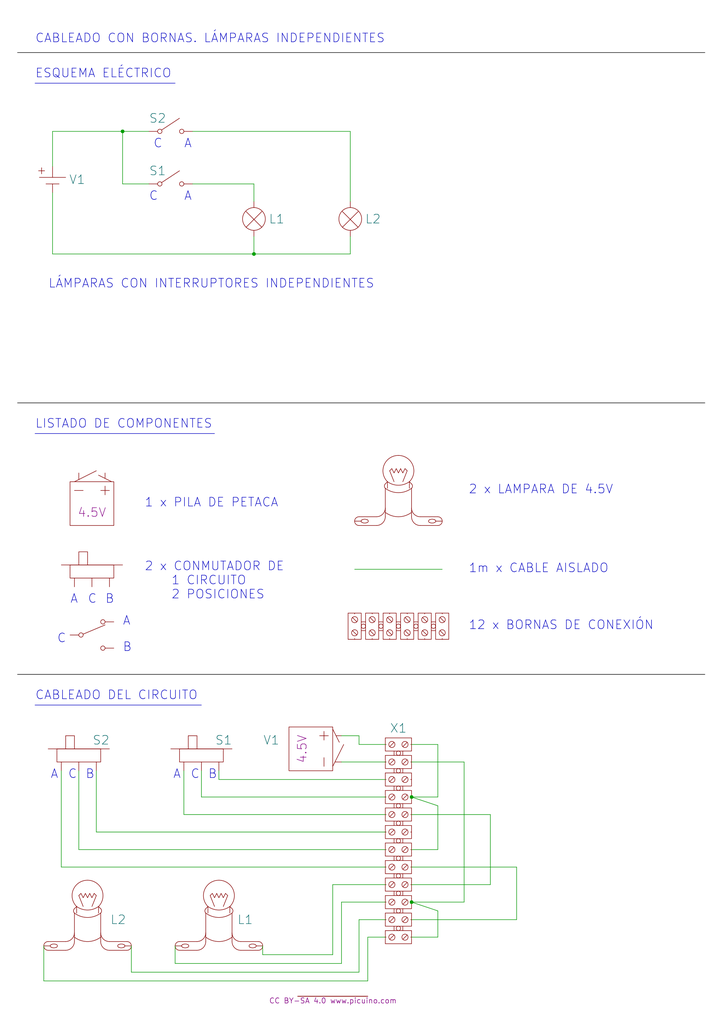
<source format=kicad_sch>
(kicad_sch (version 20211123) (generator eeschema)
  (paper "A4" portrait)
  (title_block (title "CABLEADO CON BORNAS. INTERRUPTORES EN PARALELO") (date "20/02/2019") (company "www.picuino.com") (comment 1 "Copyright (c) 2018 by Carlos Pardo") (comment 2 "License CC BY-SA 4.0"))
  (lib_symbols
    (symbol "simbolos:CopyRight" (pin_names (offset 1.016))
      (property "License" "CC BY-SA 4.0" (at -1.27 -1.27 0))
      (property "Web" "www.picuino.com" (at 0 -1.27 0))
      (symbol "CopyRight_0_1"
        (polyline (pts (xy -10.16 0) (xy 10.16 0)) (stroke (width 0.2032)))
      )
    )
    (symbol "simbolos:Pila" (pin_names (offset 1.016))
      (property "Reference" "V" (at 5.08 -4.445 0))
      (symbol "Pila_0_1"
        (polyline (pts (xy -4.064 -1.27) (xy -2.286 -1.27)))
        (polyline (pts (xy -3.81 -3.175) (xy 3.81 -3.175)))
        (polyline (pts (xy -3.175 -0.381) (xy -3.175 -2.159)))
        (polyline (pts (xy -1.905 -5.08) (xy 1.905 -5.08)))
      )
      (symbol "Pila_1_1"
        (pin input line (at 0 -7.62 90) (length 2.54) (name "") (number ""))
        (pin input line (at 0 0 270) (length 3.175) (name "") (number ""))
      )
    )
    (symbol "simbolos:borna_12x2" (pin_names (offset 1.016))
      (property "Reference" "X" (at 3.81 3.81 0))
      (symbol "borna_12x2_0_1"
        (rectangle (start 0 -53.975) (end 7.62 -57.785))
        (rectangle (start 0 -48.895) (end 7.62 -52.705))
        (rectangle (start 0 -43.815) (end 7.62 -47.625))
        (rectangle (start 0 -38.735) (end 7.62 -42.545))
        (rectangle (start 0 -33.655) (end 7.62 -37.465))
        (rectangle (start 0 -28.575) (end 7.62 -32.385))
        (rectangle (start 0 -23.495) (end 7.62 -27.305))
        (rectangle (start 0 -18.415) (end 7.62 -22.225))
        (rectangle (start 0 -13.335) (end 7.62 -17.145))
        (rectangle (start 0 -8.255) (end 7.62 -12.065))
        (rectangle (start 0 -3.175) (end 7.62 -6.985))
        (polyline (pts (xy 1.27 -56.515) (xy 2.54 -55.245)))
        (polyline (pts (xy 1.27 -51.435) (xy 2.54 -50.165)))
        (polyline (pts (xy 1.27 -46.355) (xy 2.54 -45.085)))
        (polyline (pts (xy 1.27 -41.275) (xy 2.54 -40.005)))
        (polyline (pts (xy 1.27 -36.195) (xy 2.54 -34.925)))
        (polyline (pts (xy 1.27 -31.115) (xy 2.54 -29.845)))
        (polyline (pts (xy 1.27 -26.035) (xy 2.54 -24.765)))
        (polyline (pts (xy 1.27 -20.955) (xy 2.54 -19.685)))
        (polyline (pts (xy 1.27 -15.875) (xy 2.54 -14.605)))
        (polyline (pts (xy 1.27 -10.795) (xy 2.54 -9.525)))
        (polyline (pts (xy 1.27 -5.715) (xy 2.54 -4.445)))
        (polyline (pts (xy 1.27 -0.635) (xy 2.54 0.635)))
        (polyline (pts (xy 2.54 -53.975) (xy 2.54 -52.705)))
        (polyline (pts (xy 2.54 -48.895) (xy 2.54 -47.625)))
        (polyline (pts (xy 2.54 -43.815) (xy 2.54 -42.545)))
        (polyline (pts (xy 2.54 -38.735) (xy 2.54 -37.465)))
        (polyline (pts (xy 2.54 -33.655) (xy 2.54 -32.385)))
        (polyline (pts (xy 2.54 -28.575) (xy 2.54 -27.305)))
        (polyline (pts (xy 2.54 -23.495) (xy 2.54 -22.225)))
        (polyline (pts (xy 2.54 -18.415) (xy 2.54 -17.145)))
        (polyline (pts (xy 2.54 -13.335) (xy 2.54 -12.065)))
        (polyline (pts (xy 2.54 -8.255) (xy 2.54 -6.985)))
        (polyline (pts (xy 2.54 -3.175) (xy 2.54 -1.905)))
        (polyline (pts (xy 5.08 -56.515) (xy 6.35 -55.245)))
        (polyline (pts (xy 5.08 -53.975) (xy 5.08 -52.705)))
        (polyline (pts (xy 5.08 -51.435) (xy 6.35 -50.165)))
        (polyline (pts (xy 5.08 -48.895) (xy 5.08 -47.625)))
        (polyline (pts (xy 5.08 -46.355) (xy 6.35 -45.085)))
        (polyline (pts (xy 5.08 -43.815) (xy 5.08 -42.545)))
        (polyline (pts (xy 5.08 -41.275) (xy 6.35 -40.005)))
        (polyline (pts (xy 5.08 -38.735) (xy 5.08 -37.465)))
        (polyline (pts (xy 5.08 -36.195) (xy 6.35 -34.925)))
        (polyline (pts (xy 5.08 -33.655) (xy 5.08 -32.385)))
        (polyline (pts (xy 5.08 -31.115) (xy 6.35 -29.845)))
        (polyline (pts (xy 5.08 -28.575) (xy 5.08 -27.305)))
        (polyline (pts (xy 5.08 -26.035) (xy 6.35 -24.765)))
        (polyline (pts (xy 5.08 -23.495) (xy 5.08 -22.225)))
        (polyline (pts (xy 5.08 -20.955) (xy 6.35 -19.685)))
        (polyline (pts (xy 5.08 -18.415) (xy 5.08 -17.145)))
        (polyline (pts (xy 5.08 -15.875) (xy 6.35 -14.605)))
        (polyline (pts (xy 5.08 -13.335) (xy 5.08 -12.065)))
        (polyline (pts (xy 5.08 -10.795) (xy 6.35 -9.525)))
        (polyline (pts (xy 5.08 -8.255) (xy 5.08 -6.985)))
        (polyline (pts (xy 5.08 -5.715) (xy 6.35 -4.445)))
        (polyline (pts (xy 5.08 -3.175) (xy 5.08 -1.905)))
        (polyline (pts (xy 5.08 -0.635) (xy 6.35 0.635)))
        (rectangle (start 0 1.905) (end 7.62 -1.905))
        (circle (center 1.905 -55.88) (radius 0.889))
        (circle (center 1.905 -50.8) (radius 0.889))
        (circle (center 1.905 -45.72) (radius 0.889))
        (circle (center 1.905 -40.64) (radius 0.889))
        (circle (center 1.905 -35.56) (radius 0.889))
        (circle (center 1.905 -30.48) (radius 0.889))
        (circle (center 1.905 -25.4) (radius 0.889))
        (circle (center 1.905 -20.32) (radius 0.889))
        (circle (center 1.905 -15.24) (radius 0.889))
        (circle (center 1.905 -10.16) (radius 0.889))
        (circle (center 1.905 -5.08) (radius 0.889))
        (circle (center 1.905 0) (radius 0.889))
        (circle (center 3.81 -53.34) (radius 0.635))
        (circle (center 3.81 -48.26) (radius 0.635))
        (circle (center 3.81 -43.18) (radius 0.635))
        (circle (center 3.81 -38.1) (radius 0.635))
        (circle (center 3.81 -33.02) (radius 0.635))
        (circle (center 3.81 -27.94) (radius 0.635))
        (circle (center 3.81 -22.86) (radius 0.635))
        (circle (center 3.81 -17.78) (radius 0.635))
        (circle (center 3.81 -12.7) (radius 0.635))
        (circle (center 3.81 -7.62) (radius 0.635))
        (circle (center 3.81 -2.54) (radius 0.635))
        (circle (center 5.715 -55.88) (radius 0.889))
        (circle (center 5.715 -50.8) (radius 0.889))
        (circle (center 5.715 -45.72) (radius 0.889))
        (circle (center 5.715 -40.64) (radius 0.889))
        (circle (center 5.715 -35.56) (radius 0.889))
        (circle (center 5.715 -30.48) (radius 0.889))
        (circle (center 5.715 -25.4) (radius 0.889))
        (circle (center 5.715 -20.32) (radius 0.889))
        (circle (center 5.715 -15.24) (radius 0.889))
        (circle (center 5.715 -10.16) (radius 0.889))
        (circle (center 5.715 -5.08) (radius 0.889))
        (circle (center 5.715 0) (radius 0.889))
      )
      (symbol "borna_12x2_1_1"
        (pin input line (at 0 -55.88 0) (length 0.254) (name "") (number ""))
        (pin input line (at 0 -50.8 0) (length 0.254) (name "") (number ""))
        (pin input line (at 0 -45.72 0) (length 0.254) (name "") (number ""))
        (pin input line (at 0 -40.64 0) (length 0.254) (name "") (number ""))
        (pin input line (at 0 -35.56 0) (length 0.254) (name "") (number ""))
        (pin input line (at 0 -30.48 0) (length 0.254) (name "") (number ""))
        (pin input line (at 0 -25.4 0) (length 0.254) (name "") (number ""))
        (pin input line (at 0 -20.32 0) (length 0.254) (name "") (number ""))
        (pin input line (at 0 -15.24 0) (length 0.254) (name "") (number ""))
        (pin input line (at 0 -10.16 0) (length 0.254) (name "") (number ""))
        (pin input line (at 0 -5.08 0) (length 0.254) (name "") (number ""))
        (pin input line (at 0 0 0) (length 0.254) (name "") (number ""))
        (pin input line (at 7.62 -55.88 180) (length 0.254) (name "") (number ""))
        (pin input line (at 7.62 -50.8 180) (length 0.254) (name "") (number ""))
        (pin input line (at 7.62 -45.72 180) (length 0.254) (name "") (number ""))
        (pin input line (at 7.62 -40.64 180) (length 0.254) (name "") (number ""))
        (pin input line (at 7.62 -35.56 180) (length 0.254) (name "") (number ""))
        (pin input line (at 7.62 -30.48 180) (length 0.254) (name "") (number ""))
        (pin input line (at 7.62 -25.4 180) (length 0.254) (name "") (number ""))
        (pin input line (at 7.62 -20.32 180) (length 0.254) (name "") (number ""))
        (pin input line (at 7.62 -15.24 180) (length 0.254) (name "") (number ""))
        (pin input line (at 7.62 -10.16 180) (length 0.254) (name "") (number ""))
        (pin input line (at 7.62 -5.08 180) (length 0.254) (name "") (number ""))
        (pin input line (at 7.62 0 180) (length 0.254) (name "") (number ""))
      )
    )
    (symbol "simbolos:borna_6x2" (pin_names (offset 1.016))
      (property "Reference" "X" (at 3.81 3.81 0))
      (symbol "borna_6x2_0_1"
        (rectangle (start 0 -23.495) (end 7.62 -27.305))
        (rectangle (start 0 -18.415) (end 7.62 -22.225))
        (rectangle (start 0 -13.335) (end 7.62 -17.145))
        (rectangle (start 0 -8.255) (end 7.62 -12.065))
        (rectangle (start 0 -3.175) (end 7.62 -6.985))
        (polyline (pts (xy 1.27 -26.035) (xy 2.54 -24.765)))
        (polyline (pts (xy 1.27 -20.955) (xy 2.54 -19.685)))
        (polyline (pts (xy 1.27 -15.875) (xy 2.54 -14.605)))
        (polyline (pts (xy 1.27 -10.795) (xy 2.54 -9.525)))
        (polyline (pts (xy 1.27 -5.715) (xy 2.54 -4.445)))
        (polyline (pts (xy 1.27 -0.635) (xy 2.54 0.635)))
        (polyline (pts (xy 2.54 -23.495) (xy 2.54 -22.225)))
        (polyline (pts (xy 2.54 -18.415) (xy 2.54 -17.145)))
        (polyline (pts (xy 2.54 -13.335) (xy 2.54 -12.065)))
        (polyline (pts (xy 2.54 -8.255) (xy 2.54 -6.985)))
        (polyline (pts (xy 2.54 -3.175) (xy 2.54 -1.905)))
        (polyline (pts (xy 5.08 -26.035) (xy 6.35 -24.765)))
        (polyline (pts (xy 5.08 -23.495) (xy 5.08 -22.225)))
        (polyline (pts (xy 5.08 -20.955) (xy 6.35 -19.685)))
        (polyline (pts (xy 5.08 -18.415) (xy 5.08 -17.145)))
        (polyline (pts (xy 5.08 -15.875) (xy 6.35 -14.605)))
        (polyline (pts (xy 5.08 -13.335) (xy 5.08 -12.065)))
        (polyline (pts (xy 5.08 -10.795) (xy 6.35 -9.525)))
        (polyline (pts (xy 5.08 -8.255) (xy 5.08 -6.985)))
        (polyline (pts (xy 5.08 -5.715) (xy 6.35 -4.445)))
        (polyline (pts (xy 5.08 -3.175) (xy 5.08 -1.905)))
        (polyline (pts (xy 5.08 -0.635) (xy 6.35 0.635)))
        (rectangle (start 0 1.905) (end 7.62 -1.905))
        (circle (center 1.905 -25.4) (radius 0.889))
        (circle (center 1.905 -20.32) (radius 0.889))
        (circle (center 1.905 -15.24) (radius 0.889))
        (circle (center 1.905 -10.16) (radius 0.889))
        (circle (center 1.905 -5.08) (radius 0.889))
        (circle (center 1.905 0) (radius 0.889))
        (circle (center 3.81 -22.86) (radius 0.635))
        (circle (center 3.81 -17.78) (radius 0.635))
        (circle (center 3.81 -12.7) (radius 0.635))
        (circle (center 3.81 -7.62) (radius 0.635))
        (circle (center 3.81 -2.54) (radius 0.635))
        (circle (center 5.715 -25.4) (radius 0.889))
        (circle (center 5.715 -20.32) (radius 0.889))
        (circle (center 5.715 -15.24) (radius 0.889))
        (circle (center 5.715 -10.16) (radius 0.889))
        (circle (center 5.715 -5.08) (radius 0.889))
        (circle (center 5.715 0) (radius 0.889))
      )
      (symbol "borna_6x2_1_1"
        (pin input line (at 0 -25.4 0) (length 0.254) (name "") (number ""))
        (pin input line (at 0 -20.32 0) (length 0.254) (name "") (number ""))
        (pin input line (at 0 -15.24 0) (length 0.254) (name "") (number ""))
        (pin input line (at 0 -10.16 0) (length 0.254) (name "") (number ""))
        (pin input line (at 0 -5.08 0) (length 0.254) (name "") (number ""))
        (pin input line (at 0 0 0) (length 0.254) (name "") (number ""))
        (pin input line (at 7.62 -25.4 180) (length 0.254) (name "") (number ""))
        (pin input line (at 7.62 -20.32 180) (length 0.254) (name "") (number ""))
        (pin input line (at 7.62 -15.24 180) (length 0.254) (name "") (number ""))
        (pin input line (at 7.62 -10.16 180) (length 0.254) (name "") (number ""))
        (pin input line (at 7.62 -5.08 180) (length 0.254) (name "") (number ""))
        (pin input line (at 7.62 0 180) (length 0.254) (name "") (number ""))
      )
    )
    (symbol "simbolos:conmutador" (pin_names (offset 1.016))
      (property "Reference" "S" (at 4.445 3.175 0))
      (symbol "conmutador_0_0"
        (circle (center 3.175 0) (radius 0.635))
        (circle (center 9.525 -3.81) (radius 0.635))
        (circle (center 9.525 3.81) (radius 0.635))
      )
      (symbol "conmutador_0_1"
        (polyline (pts (xy 10.16 2.921) (xy 3.81 0.254)))
      )
      (symbol "conmutador_1_1"
        (pin input line (at 0 0 0) (length 2.54) (name "") (number ""))
        (pin input line (at 12.7 -3.81 180) (length 2.54) (name "") (number ""))
        (pin input line (at 12.7 3.81 180) (length 2.54) (name "") (number ""))
      )
    )
    (symbol "simbolos:interruptor" (pin_names (offset 1.016))
      (property "Reference" "S" (at 4.445 3.175 0))
      (symbol "interruptor_0_0"
        (polyline (pts (xy 8.89 3.81) (xy 3.683 0.381)))
        (circle (center 3.175 0) (radius 0.635))
        (circle (center 9.525 0) (radius 0.635))
      )
      (symbol "interruptor_1_1"
        (pin input line (at 0 0 0) (length 2.54) (name "") (number ""))
        (pin input line (at 12.7 0 180) (length 2.54) (name "") (number ""))
      )
    )
    (symbol "simbolos:lampara" (pin_names (offset 1.016))
      (property "Reference" "L" (at 4.445 -5.08 0))
      (symbol "lampara_0_1"
        (circle (center 0 -5.08) (radius 3.302))
        (polyline (pts (xy -2.286 -7.493) (xy 2.286 -2.921)))
        (polyline (pts (xy -2.286 -2.921) (xy 2.286 -7.493)))
      )
      (symbol "lampara_1_1"
        (pin input line (at 0 -10.16 90) (length 1.778) (name "") (number ""))
        (pin input line (at 0 0 270) (length 1.778) (name "") (number ""))
      )
    )
    (symbol "simbolos:lampara_pack" (pin_names (offset 1.016))
      (property "Reference" "L" (at 17.78 6.35 0))
      (symbol "lampara_pack_0_1"
        (polyline (pts (xy 1.27 -1.27) (xy 6.35 -1.27)))
        (polyline (pts (xy 6.35 1.27) (xy 1.27 1.27)))
        (polyline (pts (xy 8.89 1.27) (xy 8.89 9.525)))
        (polyline (pts (xy 8.89 10.795) (xy 9.525 11.43)))
        (polyline (pts (xy 9.525 11.43) (xy 9.525 9.525)))
        (polyline (pts (xy 11.43 11.43) (xy 10.16 14.605)))
        (polyline (pts (xy 13.97 11.43) (xy 15.24 14.605)))
        (polyline (pts (xy 15.875 11.43) (xy 15.875 9.525)))
        (polyline (pts (xy 16.51 1.27) (xy 16.51 9.525)))
        (polyline (pts (xy 16.51 10.795) (xy 15.875 11.43)))
        (polyline (pts (xy 19.05 1.27) (xy 24.13 1.27)))
        (polyline (pts (xy 24.13 -1.27) (xy 19.05 -1.27)))
        (polyline (pts (xy 10.16 14.605) (xy 10.795 15.24) (xy 11.43 13.97) (xy 12.065 15.24) (xy 12.7 13.97) (xy 13.335 15.24) (xy 13.97 13.97) (xy 14.605 15.24) (xy 15.24 14.605)))
        (arc (start 1.27 1.27) (mid 0 0) (end 1.27 -1.27))
        (arc (start 2.159 -0.381) (mid 2.921 -0.5609) (end 3.683 -0.381))
        (arc (start 2.159 0.381) (mid 1.8844 0) (end 2.159 -0.381))
        (arc (start 3.683 -0.381) (mid 3.9576 0) (end 3.683 0.381))
        (arc (start 3.683 0.381) (mid 2.921 0.5609) (end 2.159 0.381))
        (arc (start 6.35 -1.27) (mid 8.1297 -0.5171) (end 8.89 1.27))
        (arc (start 6.35 1.27) (mid 8.1297 2.0229) (end 8.89 3.81))
        (arc (start 8.89 2.54) (mid 12.7 1.27) (end 16.51 2.54))
        (arc (start 8.89 9.525) (mid 12.7 8.255) (end 16.51 9.525))
        (arc (start 8.89 10.795) (mid 8.627 10.16) (end 8.89 9.525))
        (arc (start 9.525 11.43) (mid 12.7 10.4125) (end 15.875 11.43))
        (arc (start 12.7 19.05) (mid 8.5493 16.3021) (end 9.525 11.43))
        (arc (start 15.875 11.43) (mid 16.8357 16.2958) (end 12.7 19.05))
        (arc (start 16.51 1.27) (mid 17.2523 -0.5349) (end 19.05 -1.27))
        (arc (start 16.51 3.81) (mid 17.2523 2.0051) (end 19.05 1.27))
        (arc (start 16.51 9.525) (mid 16.773 10.16) (end 16.51 10.795))
        (arc (start 21.717 -0.381) (mid 22.479 -0.5609) (end 23.241 -0.381))
        (arc (start 21.717 0.381) (mid 21.4424 0) (end 21.717 -0.381))
        (arc (start 23.241 -0.381) (mid 23.5156 0) (end 23.241 0.381))
        (arc (start 23.241 0.381) (mid 22.479 0.5609) (end 21.717 0.381))
        (arc (start 24.13 -1.27) (mid 25.4 0) (end 24.13 1.27))
      )
      (symbol "lampara_pack_1_1"
        (pin input line (at 0 0 0) (length 1.905) (name "") (number ""))
        (pin input line (at 25.4 0 180) (length 1.905) (name "") (number ""))
      )
    )
    (symbol "simbolos:pila_petaca" (pin_names (offset 1.016))
      (property "Reference" "V" (at 11.43 -8.89 0))
      (property "V" "4.5V" (at 3.81 -12.7 0))
      (symbol "pila_petaca_0_1"
        (rectangle (start -2.54 -2.54) (end 10.16 -15.24))
        (polyline (pts (xy -1.27 -5.08) (xy 1.27 -5.08)))
        (polyline (pts (xy -1.27 -2.54) (xy 5.08 0.635)))
        (polyline (pts (xy 7.62 -3.81) (xy 7.62 -6.35)))
        (polyline (pts (xy 8.89 -5.08) (xy 6.35 -5.08)))
        (polyline (pts (xy 9.525 -2.54) (xy 5.715 -0.635)))
      )
      (symbol "pila_petaca_1_1"
        (pin input line (at 0 0 270) (length 1.905) (name "") (number ""))
        (pin input line (at 7.62 0 270) (length 1.524) (name "") (number ""))
      )
    )
    (symbol "simbolos:selector_pack" (pin_names (offset 1.016))
      (property "Reference" "S" (at 11.43 8.89 0))
      (symbol "selector_pack_0_1"
        (rectangle (start -1.27 6.35) (end 11.43 2.54))
        (polyline (pts (xy 13.97 6.35) (xy -3.81 6.35)))
        (polyline (pts (xy 1.27 6.35) (xy 1.27 10.16) (xy 3.81 10.16) (xy 3.81 6.35)))
      )
      (symbol "selector_pack_1_1"
        (pin input line (at 0 0 90) (length 2.54) (name "") (number ""))
        (pin input line (at 5.08 0 90) (length 2.54) (name "") (number ""))
        (pin input line (at 10.16 0 90) (length 2.54) (name "") (number ""))
      )
    )
  )
  (junction (at 73.66 73.66))
  (junction (at 35.56 38.1))
  (junction (at 119.38 231.14))
  (junction (at 119.38 261.62))
  (wire (pts (xy 127 215.9) (xy 127 231.14)))
  (wire (pts (xy 22.86 223.52) (xy 22.86 246.38)))
  (wire (pts (xy 96.52 256.54) (xy 111.76 256.54)))
  (wire (pts (xy 104.14 213.36) (xy 99.06 213.36)))
  (wire (pts (xy 119.38 220.98) (xy 134.62 220.98)))
  (wire (pts (xy 55.88 38.1) (xy 101.6 38.1)))
  (wire (pts (xy 111.76 226.06) (xy 63.5 226.06)))
  (wire (pts (xy 15.24 38.1) (xy 35.56 38.1)))
  (wire (pts (xy 99.06 261.62) (xy 111.76 261.62)))
  (wire (pts (xy 106.68 271.78) (xy 106.68 284.48)))
  (wire (pts (xy 111.76 241.3) (xy 27.94 241.3)))
  (wire (pts (xy 76.2 276.86) (xy 96.52 276.86)))
  (wire (pts (xy 96.52 256.54) (xy 96.52 276.86)))
  (wire (pts (xy 99.06 220.98) (xy 111.76 220.98)))
  (wire (pts (xy 119.38 251.46) (xy 149.86 251.46)))
  (wire (pts (xy 58.42 223.52) (xy 58.42 231.14)))
  (wire (pts (xy 149.86 251.46) (xy 149.86 266.7)))
  (wire (pts (xy 127 246.38) (xy 119.38 246.38)))
  (polyline (pts (xy 10.16 24.13) (xy 50.8 24.13)) (stroke (width 0) (type solid)))
  (wire (pts (xy 101.6 68.58) (xy 101.6 73.66)))
  (wire (pts (xy 134.62 220.98) (xy 134.62 261.62)))
  (wire (pts (xy 111.76 236.22) (xy 53.34 236.22)))
  (wire (pts (xy 127 215.9) (xy 119.38 215.9)))
  (wire (pts (xy 104.14 266.7) (xy 104.14 281.94)))
  (wire (pts (xy 35.56 53.34) (xy 35.56 38.1)))
  (wire (pts (xy 73.66 73.66) (xy 73.66 68.58)))
  (wire (pts (xy 38.1 281.94) (xy 104.14 281.94)))
  (wire (pts (xy 17.78 223.52) (xy 17.78 251.46)))
  (wire (pts (xy 119.38 256.54) (xy 142.24 256.54)))
  (wire (pts (xy 119.38 261.62) (xy 127 264.16)))
  (wire (pts (xy 119.38 231.14) (xy 127 233.68)))
  (wire (pts (xy 111.76 251.46) (xy 17.78 251.46)))
  (wire (pts (xy 38.1 274.32) (xy 38.1 281.94)))
  (wire (pts (xy 101.6 38.1) (xy 101.6 58.42)))
  (wire (pts (xy 119.38 236.22) (xy 142.24 236.22)))
  (polyline (pts (xy 5.08 116.84) (xy 204.47 116.84)) (stroke (width 0) (type solid) (color 0 0 0 1)))
  (wire (pts (xy 111.76 271.78) (xy 106.68 271.78)))
  (wire (pts (xy 58.42 231.14) (xy 111.76 231.14)))
  (wire (pts (xy 102.87 165.1) (xy 128.27 165.1)))
  (wire (pts (xy 73.66 53.34) (xy 73.66 58.42)))
  (wire (pts (xy 104.14 215.9) (xy 111.76 215.9)))
  (wire (pts (xy 12.7 284.48) (xy 12.7 274.32)))
  (polyline (pts (xy 5.08 195.58) (xy 204.47 195.58)) (stroke (width 0) (type solid) (color 0 0 0 1)))
  (wire (pts (xy 142.24 236.22) (xy 142.24 256.54)))
  (wire (pts (xy 104.14 266.7) (xy 111.76 266.7)))
  (wire (pts (xy 53.34 236.22) (xy 53.34 223.52)))
  (polyline (pts (xy 5.08 15.24) (xy 204.47 15.24)) (stroke (width 0) (type solid) (color 0 0 0 1)))
  (wire (pts (xy 127 264.16) (xy 127 271.78)))
  (wire (pts (xy 76.2 274.32) (xy 76.2 276.86)))
  (wire (pts (xy 149.86 266.7) (xy 119.38 266.7)))
  (wire (pts (xy 104.14 215.9) (xy 104.14 213.36)))
  (wire (pts (xy 63.5 226.06) (xy 63.5 223.52)))
  (wire (pts (xy 119.38 261.62) (xy 134.62 261.62)))
  (wire (pts (xy 50.8 279.4) (xy 99.06 279.4)))
  (wire (pts (xy 43.18 53.34) (xy 35.56 53.34)))
  (wire (pts (xy 15.24 48.26) (xy 15.24 38.1)))
  (wire (pts (xy 22.86 246.38) (xy 111.76 246.38)))
  (wire (pts (xy 55.88 53.34) (xy 73.66 53.34)))
  (polyline (pts (xy 10.16 125.73) (xy 62.23 125.73)) (stroke (width 0) (type solid)))
  (wire (pts (xy 106.68 284.48) (xy 12.7 284.48)))
  (wire (pts (xy 15.24 73.66) (xy 73.66 73.66)))
  (wire (pts (xy 50.8 274.32) (xy 50.8 279.4)))
  (wire (pts (xy 99.06 261.62) (xy 99.06 279.4)))
  (wire (pts (xy 73.66 73.66) (xy 101.6 73.66)))
  (wire (pts (xy 127 231.14) (xy 119.38 231.14)))
  (wire (pts (xy 35.56 38.1) (xy 43.18 38.1)))
  (wire (pts (xy 15.24 73.66) (xy 15.24 55.88)))
  (wire (pts (xy 127 271.78) (xy 119.38 271.78)))
  (polyline (pts (xy 10.16 204.47) (xy 58.42 204.47)) (stroke (width 0) (type solid)))
  (wire (pts (xy 27.94 241.3) (xy 27.94 223.52)))
  (wire (pts (xy 127 233.68) (xy 127 246.38)))
  (text "CABLEADO DEL CIRCUITO" (at 10.16 203.2 0) (effects (font (size 2.54 2.54)) (justify left bottom)))
  (text "LÁMPARAS CON INTERRUPTORES INDEPENDIENTES" (at 13.97 83.82 0) (effects (font (size 2.54 2.54)) (justify left bottom)))
  (text "B" (at 60.325 226.06 0) (effects (font (size 2.54 2.54)) (justify left bottom)))
  (text "A" (at 35.56 181.61 0) (effects (font (size 2.54 2.54)) (justify left bottom)))
  (text "A" (at 53.34 58.42 0) (effects (font (size 2.54 2.54)) (justify left bottom)))
  (text "B" (at 24.765 226.06 0) (effects (font (size 2.54 2.54)) (justify left bottom)))
  (text "C" (at 19.685 226.06 0) (effects (font (size 2.54 2.54)) (justify left bottom)))
  (text "C" (at 55.245 226.06 0) (effects (font (size 2.54 2.54)) (justify left bottom)))
  (text "B" (at 30.48 175.26 0) (effects (font (size 2.54 2.54)) (justify left bottom)))
  (text "C" (at 44.45 43.18 0) (effects (font (size 2.54 2.54)) (justify left bottom)))
  (text "A" (at 20.32 175.26 0) (effects (font (size 2.54 2.54)) (justify left bottom)))
  (text "2 x CONMUTADOR DE\n    1 CIRCUITO\n    2 POSICIONES" (at 41.91 173.99 0) (effects (font (size 2.54 2.54)) (justify left bottom)))
  (text "CABLEADO CON BORNAS. LÁMPARAS INDEPENDIENTES" (at 10.16 12.7 0) (effects (font (size 2.54 2.54)) (justify left bottom)))
  (text "C" (at 25.4 175.26 0) (effects (font (size 2.54 2.54)) (justify left bottom)))
  (text "A" (at 14.605 226.06 0) (effects (font (size 2.54 2.54)) (justify left bottom)))
  (text "B" (at 35.56 189.23 0) (effects (font (size 2.54 2.54)) (justify left bottom)))
  (text "12 x BORNAS DE CONEXIÓN" (at 135.89 182.88 0) (effects (font (size 2.54 2.54)) (justify left bottom)))
  (text "2 x LAMPARA DE 4.5V" (at 135.89 143.51 0) (effects (font (size 2.54 2.54)) (justify left bottom)))
  (text "1m x CABLE AISLADO" (at 135.89 166.37 0) (effects (font (size 2.54 2.54)) (justify left bottom)))
  (text "ESQUEMA ELÉCTRICO" (at 10.16 22.86 0) (effects (font (size 2.54 2.54)) (justify left bottom)))
  (text "C" (at 43.18 58.42 0) (effects (font (size 2.54 2.54)) (justify left bottom)))
  (text "A" (at 53.34 43.18 0) (effects (font (size 2.54 2.54)) (justify left bottom)))
  (text "LISTADO DE COMPONENTES" (at 10.16 124.46 0) (effects (font (size 2.54 2.54)) (justify left bottom)))
  (text "1 x PILA DE PETACA" (at 41.91 147.32 0) (effects (font (size 2.54 2.54)) (justify left bottom)))
  (text "C" (at 16.51 186.69 0) (effects (font (size 2.54 2.54)) (justify left bottom)))
  (text "A" (at 50.165 226.06 0) (effects (font (size 2.54 2.54)) (justify left bottom)))
  (symbol (lib_id "simbolos:CopyRight") (at 96.52 288.925 0) (unit 1)
    (property "Reference" "CP1" (effects hide))
    (property "Value" "CopyRight" (effects hide))
    (property "License" "CC BY-SA 4.0" (at 86.36 290.195 0) (effects (font (size 1.524 1.524))))
    (property "Web" "www.picuino.com" (at 105.41 290.195 0) (effects (font (size 1.524 1.524))))
  )
  (symbol (lib_id "simbolos:borna_12x2") (at 111.76 215.9 0) (unit 1)
    (property "Reference" "X1" (at 115.57 211.1756 0) (effects (font (size 2.54 2.54))))
    (property "Value" "borna_12x2" (effects hide))
  )
  (symbol (lib_id "simbolos:pila_petaca") (at 99.06 220.98 270) (mirror x) (unit 1)
    (property "Reference" "V1" (at 76.2 214.63 90) (effects (font (size 2.54 2.54)) (justify left)))
    (property "Value" "pila_petaca" (effects hide))
    (property "V" "4.5V" (at 87.63 217.17 0) (effects (font (size 2.54 2.54))))
  )
  (symbol (lib_id "simbolos:pila_petaca") (at 22.86 137.16 0) (unit 1)
    (property "Reference" "V?" (effects hide))
    (property "Value" "pila_petaca" (effects hide))
    (property "V" "4.5V" (at 26.67 148.59 0) (effects (font (size 2.54 2.54))))
  )
  (symbol (lib_id "simbolos:Pila") (at 15.24 48.26 0) (unit 1)
    (property "Reference" "V1" (at 19.8882 52.07 0) (effects (font (size 2.54 2.54)) (justify left)))
    (property "Value" "Pila" (effects hide))
  )
  (symbol (lib_id "simbolos:lampara") (at 73.66 58.42 0) (unit 1)
    (property "Reference" "L1" (at 77.8002 63.5 0) (effects (font (size 2.54 2.54)) (justify left)))
    (property "Value" "lampara" (effects hide))
  )
  (symbol (lib_id "simbolos:lampara_pack") (at 50.8 274.32 0) (unit 1)
    (property "Reference" "L1" (at 71.12 266.7 0) (effects (font (size 2.54 2.54))))
    (property "Value" "lampara_pack" (effects hide))
  )
  (symbol (lib_id "simbolos:lampara_pack") (at 12.7 274.32 0) (unit 1)
    (property "Reference" "L2" (at 34.29 266.7 0) (effects (font (size 2.54 2.54))))
    (property "Value" "lampara_pack" (effects hide))
  )
  (symbol (lib_id "simbolos:borna_6x2") (at 128.27 177.8 270) (unit 1)
    (property "Reference" "X?" (effects hide))
    (property "Value" "borna_6x2" (effects hide))
  )
  (symbol (lib_id "simbolos:conmutador") (at 20.32 184.15 0) (unit 1)
    (property "Reference" "S?" (effects hide))
    (property "Value" "conmutador" (effects hide))
  )
  (symbol (lib_id "simbolos:selector_pack") (at 53.34 223.52 0) (unit 1)
    (property "Reference" "S1" (at 62.23 214.63 0) (effects (font (size 2.54 2.54)) (justify left)))
    (property "Value" "selector_pack" (effects hide))
  )
  (symbol (lib_id "simbolos:selector_pack") (at 17.78 223.52 0) (unit 1)
    (property "Reference" "S2" (at 26.67 214.63 0) (effects (font (size 2.54 2.54)) (justify left)))
    (property "Value" "selector_pack" (effects hide))
  )
  (symbol (lib_id "simbolos:selector_pack") (at 21.59 170.18 0) (unit 1)
    (property "Reference" "S?" (effects hide))
    (property "Value" "selector_pack" (effects hide))
  )
  (symbol (lib_id "simbolos:lampara_pack") (at 102.87 151.13 0) (unit 1)
    (property "Reference" "L?" (effects hide))
    (property "Value" "lampara_pack" (effects hide))
  )
  (symbol (lib_id "simbolos:interruptor") (at 43.18 38.1 0) (unit 1)
    (property "Reference" "S2" (at 45.72 34.29 0) (effects (font (size 2.54 2.54))))
    (property "Value" "interruptor" (effects hide))
  )
  (symbol (lib_id "simbolos:interruptor") (at 43.18 53.34 0) (unit 1)
    (property "Reference" "S1" (at 45.72 49.53 0) (effects (font (size 2.54 2.54))))
    (property "Value" "interruptor" (effects hide))
  )
  (symbol (lib_id "simbolos:lampara") (at 101.6 58.42 0) (unit 1)
    (property "Reference" "L2" (at 105.7402 63.5 0) (effects (font (size 2.54 2.54)) (justify left)))
    (property "Value" "lampara" (effects hide))
  )
  (sheet (at 218.44 29.21) (size 66.04 7.62)
    (property "Sheet name" "2" (at 218.44 27.8634 0) (effects (font (size 2.54 2.54)) (justify left bottom)))
    (property "Sheet file" "electric-bornas-lamparas-independientes-2.kicad_sch" (at 218.44 37.9226 0) (effects (font (size 2.54 2.54)) (justify left top)))
  )
)
</source>
